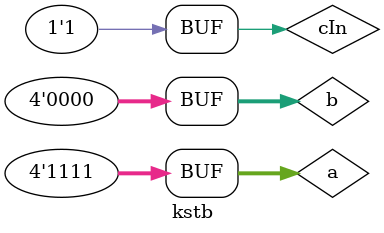
<source format=sv>
module kstb;

    logic [3:0] a, b, s;
    logic cIn, cOut;

    koggestone4bit dut (a, b, cIn, s, cOut);

    initial begin
    
        #0 a = 4'b0000; 
        #0 b = 4'b0000;
        #0 cIn = 1'b1;
        #10 if(s == 4'b0001 & cOut == 0) $display("T1 good");

        #0 a  = 4'b0101; 
        #0  b = 4'b1010;
        #0  cIn = 1'b1;
        #10 if(s == 4'b0000 & cOut == 1) $display("T2 good");

        #0 a  = 4'b1111; 
        #0  b = 4'b1010;
        #0  cIn = 1'b0;
        #10 if(s == 4'b1001 & cOut == 1) $display("T3 good");

        #0 a  = 4'b1001; 
        #0  b = 4'b1100;
        #0  cIn = 1'b0;
        #10 if(s == 4'b0101 & cOut == 1) $display("T4 good");

        #0 a  = 4'b1111; 
        #0  b = 4'b0000;
        #0  cIn = 1'b0;
        #10 if(s == 4'b1111 & cOut == 0) $display("T5 good");

        #0 a  = 4'b1111; 
        #0  b = 4'b0000;
        #0  cIn = 1'b1;
        #10 if(s == 4'b0000 & cOut == 1) $display("T6 good");
        
    end 


endmodule

</source>
